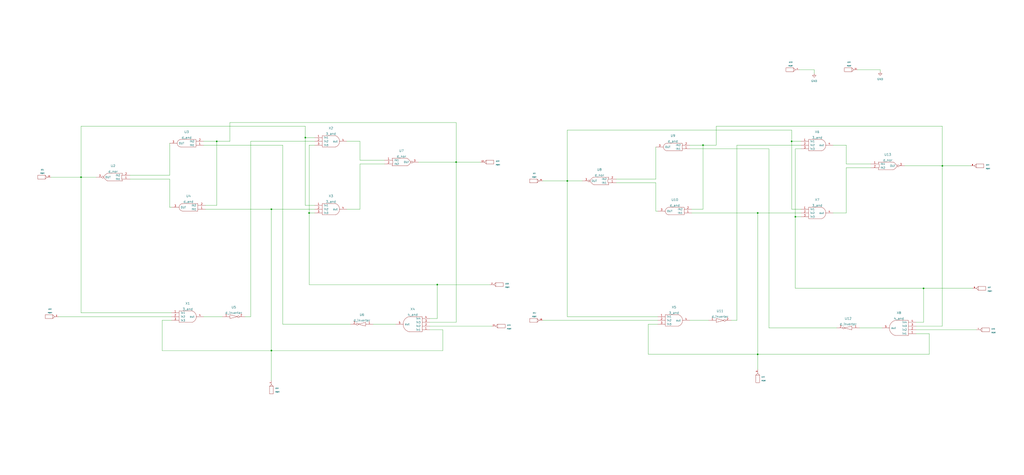
<source format=kicad_sch>
(kicad_sch (version 20211123) (generator eeschema)
  (paper "User" 690.016 319.989)
  (lib_symbols
    (symbol "eSim_Digital:d_and" (pin_names (offset 1.016))
      (property "Reference" "U" (at 0 0 0))
      (property "Value" "d_and" (at 1.27 2.54 0))
      (symbol "d_and_0_1"
        (polyline (pts (xy 3.81 -1.27) (xy -6.35 -1.27) (xy -6.35 3.81) (xy 3.81 3.81)))
        (arc (start 3.81 -1.27) (mid 5.5897 -0.5171) (end 6.35 1.27))
        (arc (start 6.35 1.27) (mid 5.5971 3.0497) (end 3.81 3.81))
      )
      (symbol "d_and_1_1"
        (pin input line (at -11.43 2.54 0) (length 5.08) (name "IN1") (number "1"))
        (pin input line (at -11.43 0 0) (length 5.08) (name "IN2") (number "2"))
        (pin output line (at 11.43 1.27 180) (length 5.08) (name "OUT") (number "3"))
      )
    )
    (symbol "eSim_Digital:d_inverter" (pin_names (offset 1.016))
      (property "Reference" "U" (at 0 -2.54 0))
      (property "Value" "d_inverter" (at 0 3.81 0))
      (symbol "d_inverter_0_1"
        (polyline (pts (xy -2.54 1.27) (xy -2.54 -1.27) (xy 2.54 0) (xy -2.54 1.27)))
      )
      (symbol "d_inverter_1_1"
        (pin input line (at -7.62 0 0) (length 5.08) (name "~") (number "1"))
        (pin output inverted (at 7.62 0 180) (length 5.08) (name "~") (number "2"))
      )
    )
    (symbol "eSim_Digital:d_nor" (pin_names (offset 1.016))
      (property "Reference" "U" (at 0 0 0))
      (property "Value" "d_nor" (at 1.27 2.54 0))
      (symbol "d_nor_0_1"
        (arc (start -6.35 -1.27) (mid -5.7504 1.27) (end -6.35 3.81))
        (polyline (pts (xy -6.35 -1.27) (xy 3.81 -1.27)))
        (polyline (pts (xy -6.35 3.81) (xy 3.81 3.81)))
        (arc (start 3.81 -1.27) (mid 5.3181 -0.2399) (end 6.35 1.27))
        (arc (start 6.35 1.27) (mid 5.2222 2.6828) (end 3.81 3.81))
      )
      (symbol "d_nor_1_1"
        (pin input line (at -11.43 2.54 0) (length 5.461) (name "IN1") (number "1"))
        (pin input line (at -11.43 0 0) (length 5.461) (name "IN2") (number "2"))
        (pin output inverted (at 11.43 1.27 180) (length 5.08) (name "OUT") (number "3"))
      )
    )
    (symbol "eSim_Miscellaneous:PORT" (pin_names (offset 1.016))
      (property "Reference" "U" (at 1.27 2.54 0))
      (property "Value" "PORT" (at 0 0 0))
      (symbol "PORT_0_1"
        (rectangle (start -2.54 1.27) (end 2.54 -1.27))
        (arc (start 2.54 1.27) (mid 3.1355 0.5955) (end 3.81 0))
        (arc (start 3.81 0) (mid 3.1447 -0.6046) (end 2.54 -1.27))
      )
      (symbol "PORT_1_1"
        (pin bidirectional line (at 6.35 0 180) (length 2.54) (name "~") (number "1"))
      )
      (symbol "PORT_2_1"
        (pin bidirectional line (at 6.35 0 180) (length 2.54) (name "~") (number "2"))
      )
      (symbol "PORT_3_1"
        (pin bidirectional line (at 6.35 0 180) (length 2.54) (name "~") (number "3"))
      )
      (symbol "PORT_4_1"
        (pin bidirectional line (at 6.35 0 180) (length 2.54) (name "~") (number "4"))
      )
      (symbol "PORT_5_1"
        (pin bidirectional line (at 6.35 0 180) (length 2.54) (name "~") (number "5"))
      )
      (symbol "PORT_6_1"
        (pin bidirectional line (at 6.35 0 180) (length 2.54) (name "~") (number "6"))
      )
      (symbol "PORT_7_1"
        (pin bidirectional line (at 6.35 0 180) (length 2.54) (name "~") (number "7"))
      )
      (symbol "PORT_8_1"
        (pin bidirectional line (at 6.35 0 180) (length 2.54) (name "~") (number "8"))
      )
      (symbol "PORT_9_1"
        (pin bidirectional line (at 6.35 0 180) (length 2.54) (name "~") (number "9"))
      )
      (symbol "PORT_10_1"
        (pin bidirectional line (at 6.35 0 180) (length 2.54) (name "~") (number "10"))
      )
      (symbol "PORT_11_1"
        (pin bidirectional line (at 6.35 0 180) (length 2.54) (name "~") (number "11"))
      )
      (symbol "PORT_12_1"
        (pin bidirectional line (at 6.35 0 180) (length 2.54) (name "~") (number "12"))
      )
      (symbol "PORT_13_1"
        (pin bidirectional line (at 6.35 0 180) (length 2.54) (name "~") (number "13"))
      )
      (symbol "PORT_14_1"
        (pin bidirectional line (at 6.35 0 180) (length 2.54) (name "~") (number "14"))
      )
      (symbol "PORT_15_1"
        (pin bidirectional line (at 6.35 0 180) (length 2.54) (name "~") (number "15"))
      )
      (symbol "PORT_16_1"
        (pin bidirectional line (at 6.35 0 180) (length 2.54) (name "~") (number "16"))
      )
      (symbol "PORT_17_1"
        (pin bidirectional line (at 6.35 0 180) (length 2.54) (name "~") (number "17"))
      )
      (symbol "PORT_18_1"
        (pin bidirectional line (at 6.35 0 180) (length 2.54) (name "~") (number "18"))
      )
      (symbol "PORT_19_1"
        (pin bidirectional line (at 6.35 0 180) (length 2.54) (name "~") (number "19"))
      )
      (symbol "PORT_20_1"
        (pin bidirectional line (at 6.35 0 180) (length 2.54) (name "~") (number "20"))
      )
      (symbol "PORT_21_1"
        (pin bidirectional line (at 6.35 0 180) (length 2.54) (name "~") (number "21"))
      )
      (symbol "PORT_22_1"
        (pin bidirectional line (at 6.35 0 180) (length 2.54) (name "~") (number "22"))
      )
      (symbol "PORT_23_1"
        (pin bidirectional line (at 6.35 0 180) (length 2.54) (name "~") (number "23"))
      )
      (symbol "PORT_24_1"
        (pin bidirectional line (at 6.35 0 180) (length 2.54) (name "~") (number "24"))
      )
      (symbol "PORT_25_1"
        (pin bidirectional line (at 6.35 0 180) (length 2.54) (name "~") (number "25"))
      )
      (symbol "PORT_26_1"
        (pin bidirectional line (at 6.35 0 180) (length 2.54) (name "~") (number "26"))
      )
    )
    (symbol "eSim_Power:eSim_GND" (power) (pin_names (offset 0))
      (property "Value" "eSim_GND" (at 0 -3.81 0))
      (symbol "eSim_GND_0_1"
        (polyline (pts (xy 0 0) (xy 0 -1.27) (xy 1.27 -1.27) (xy 0 -2.54) (xy -1.27 -1.27) (xy 0 -1.27)))
      )
      (symbol "eSim_GND_1_1"
        (pin power_in line (at 0 0 270) (length 0) hide (name "GND") (number "1"))
      )
    )
    (symbol "eSim_Subckt:3_and" (pin_names (offset 1.016))
      (property "Reference" "X" (at 2.54 -1.27 0))
      (property "Value" "3_and" (at 3.81 3.81 0))
      (symbol "3_and_0_1"
        (polyline (pts (xy -3.81 5.08) (xy 5.08 5.08)))
        (polyline (pts (xy -3.81 5.08) (xy -3.81 -2.54) (xy 5.08 -2.54)))
        (arc (start 5.08 -2.54) (mid 7.8261 1.27) (end 5.08 5.08))
      )
      (symbol "3_and_1_1"
        (pin input line (at -8.89 3.81 0) (length 5.08) (name "in1") (number "1"))
        (pin input line (at -8.89 1.27 0) (length 5.08) (name "in2") (number "2"))
        (pin input line (at -8.89 -1.27 0) (length 5.08) (name "in3") (number "3"))
        (pin output line (at 12.7 1.27 180) (length 5.08) (name "out") (number "4"))
      )
    )
    (symbol "eSim_Subckt:4_and" (pin_names (offset 1.016))
      (property "Reference" "X" (at 1.27 -1.27 0))
      (property "Value" "4_and" (at 2.54 2.54 0))
      (symbol "4_and_0_1"
        (polyline (pts (xy -5.08 5.08) (xy 3.81 5.08)))
        (polyline (pts (xy -5.08 5.08) (xy -5.08 -5.08) (xy 1.27 -5.08) (xy 3.81 -5.08)))
        (arc (start 3.81 -5.08) (mid 7.7763 0) (end 3.81 5.08))
      )
      (symbol "4_and_1_1"
        (pin input line (at -10.16 3.81 0) (length 5.08) (name "in1") (number "1"))
        (pin input line (at -10.16 1.27 0) (length 5.08) (name "in2") (number "2"))
        (pin input line (at -10.16 -1.27 0) (length 5.08) (name "in3") (number "3"))
        (pin input line (at -10.16 -3.81 0) (length 5.08) (name "in4") (number "4"))
        (pin output line (at 12.7 0 180) (length 5.08) (name "out") (number "5"))
      )
    )
  )
  (junction (at 635 111.76))
  (junction (at 182.88 236.22))
  (junction (at 182.88 140.97))
  (junction (at 294.64 191.77))
  (junction (at 208.28 143.51))
  (junction (at 622.3 194.31))
  (junction (at 510.54 238.76))
  (junction (at 510.54 143.51))
  (junction (at 533.4 95.25))
  (junction (at 382.27 121.92))
  (junction (at 146.05 95.25))
  (junction (at 535.94 146.05))
  (junction (at 473.71 97.79))
  (junction (at 205.74 92.71))
  (junction (at 307.34 109.22))
  (junction (at 54.61 119.38))
  (wire (pts (xy 212.09 95.25) (xy 168.91 95.25)))
  (wire (pts (xy 496.57 215.9) (xy 492.76 215.9)))
  (wire (pts (xy 212.09 140.97) (xy 182.88 140.97)))
  (wire (pts (xy 365.76 121.92) (xy 382.27 121.92)))
  (wire (pts (xy 570.23 110.49) (xy 586.74 110.49)))
  (wire (pts (xy 533.4 95.25) (xy 533.4 140.97)))
  (wire (pts (xy 114.3 118.11) (xy 87.63 118.11)))
  (wire (pts (xy 518.16 220.98) (xy 518.16 100.33)))
  (wire (pts (xy 473.71 97.79) (xy 482.6 97.79)))
  (wire (pts (xy 294.64 191.77) (xy 330.2 191.77)))
  (wire (pts (xy 635 85.09) (xy 635 111.76)))
  (wire (pts (xy 190.5 218.44) (xy 190.5 97.79)))
  (wire (pts (xy 539.75 100.33) (xy 535.94 100.33)))
  (wire (pts (xy 208.28 191.77) (xy 294.64 191.77)))
  (wire (pts (xy 298.45 222.25) (xy 298.45 236.22)))
  (wire (pts (xy 307.34 82.55) (xy 307.34 109.22)))
  (wire (pts (xy 289.56 219.71) (xy 331.47 219.71)))
  (wire (pts (xy 561.34 143.51) (xy 570.23 143.51)))
  (wire (pts (xy 441.96 142.24) (xy 441.96 123.19)))
  (wire (pts (xy 289.56 222.25) (xy 298.45 222.25)))
  (wire (pts (xy 626.11 224.79) (xy 626.11 238.76)))
  (wire (pts (xy 593.09 48.26) (xy 593.09 46.99)))
  (wire (pts (xy 137.16 95.25) (xy 146.05 95.25)))
  (wire (pts (xy 182.88 236.22) (xy 182.88 256.54)))
  (wire (pts (xy 307.34 109.22) (xy 307.34 217.17)))
  (wire (pts (xy 54.61 210.82) (xy 54.61 119.38)))
  (wire (pts (xy 138.43 140.97) (xy 182.88 140.97)))
  (wire (pts (xy 539.75 143.51) (xy 510.54 143.51)))
  (wire (pts (xy 168.91 95.25) (xy 168.91 213.36)))
  (wire (pts (xy 212.09 97.79) (xy 208.28 97.79)))
  (wire (pts (xy 510.54 238.76) (xy 510.54 248.92)))
  (wire (pts (xy 617.22 217.17) (xy 622.3 217.17)))
  (wire (pts (xy 365.76 215.9) (xy 443.23 215.9)))
  (wire (pts (xy 436.88 238.76) (xy 436.88 218.44)))
  (wire (pts (xy 464.82 97.79) (xy 473.71 97.79)))
  (wire (pts (xy 570.23 97.79) (xy 570.23 110.49)))
  (wire (pts (xy 109.22 236.22) (xy 109.22 215.9)))
  (wire (pts (xy 533.4 95.25) (xy 539.75 95.25)))
  (wire (pts (xy 466.09 140.97) (xy 473.71 140.97)))
  (wire (pts (xy 533.4 87.63) (xy 533.4 95.25)))
  (wire (pts (xy 208.28 143.51) (xy 208.28 191.77)))
  (wire (pts (xy 570.23 113.03) (xy 586.74 113.03)))
  (wire (pts (xy 289.56 214.63) (xy 294.64 214.63)))
  (wire (pts (xy 533.4 140.97) (xy 539.75 140.97)))
  (wire (pts (xy 146.05 95.25) (xy 154.94 95.25)))
  (wire (pts (xy 436.88 218.44) (xy 443.23 218.44)))
  (wire (pts (xy 115.57 210.82) (xy 54.61 210.82)))
  (wire (pts (xy 114.3 96.52) (xy 114.3 118.11)))
  (wire (pts (xy 251.46 218.44) (xy 266.7 218.44)))
  (wire (pts (xy 307.34 217.17) (xy 289.56 217.17)))
  (wire (pts (xy 205.74 138.43) (xy 212.09 138.43)))
  (wire (pts (xy 242.57 110.49) (xy 259.08 110.49)))
  (wire (pts (xy 233.68 140.97) (xy 242.57 140.97)))
  (wire (pts (xy 87.63 120.65) (xy 114.3 120.65)))
  (wire (pts (xy 281.94 109.22) (xy 307.34 109.22)))
  (wire (pts (xy 233.68 95.25) (xy 242.57 95.25)))
  (wire (pts (xy 294.64 214.63) (xy 294.64 191.77)))
  (wire (pts (xy 563.88 220.98) (xy 518.16 220.98)))
  (wire (pts (xy 535.94 146.05) (xy 539.75 146.05)))
  (wire (pts (xy 54.61 85.09) (xy 205.74 85.09)))
  (wire (pts (xy 382.27 87.63) (xy 533.4 87.63)))
  (wire (pts (xy 548.64 46.99) (xy 538.48 46.99)))
  (wire (pts (xy 609.6 111.76) (xy 635 111.76)))
  (wire (pts (xy 114.3 139.7) (xy 115.57 139.7)))
  (wire (pts (xy 441.96 142.24) (xy 443.23 142.24)))
  (wire (pts (xy 482.6 85.09) (xy 635 85.09)))
  (wire (pts (xy 510.54 238.76) (xy 626.11 238.76)))
  (wire (pts (xy 138.43 138.43) (xy 146.05 138.43)))
  (wire (pts (xy 168.91 213.36) (xy 165.1 213.36)))
  (wire (pts (xy 54.61 119.38) (xy 54.61 85.09)))
  (wire (pts (xy 496.57 97.79) (xy 496.57 215.9)))
  (wire (pts (xy 570.23 143.51) (xy 570.23 113.03)))
  (wire (pts (xy 441.96 99.06) (xy 441.96 120.65)))
  (wire (pts (xy 208.28 143.51) (xy 212.09 143.51)))
  (wire (pts (xy 535.94 146.05) (xy 535.94 194.31)))
  (wire (pts (xy 307.34 109.22) (xy 323.85 109.22)))
  (wire (pts (xy 466.09 143.51) (xy 510.54 143.51)))
  (wire (pts (xy 137.16 213.36) (xy 149.86 213.36)))
  (wire (pts (xy 39.37 213.36) (xy 115.57 213.36)))
  (wire (pts (xy 548.64 49.53) (xy 548.64 46.99)))
  (wire (pts (xy 190.5 97.79) (xy 137.16 97.79)))
  (wire (pts (xy 464.82 215.9) (xy 477.52 215.9)))
  (wire (pts (xy 635 219.71) (xy 617.22 219.71)))
  (wire (pts (xy 539.75 97.79) (xy 496.57 97.79)))
  (wire (pts (xy 208.28 97.79) (xy 208.28 143.51)))
  (wire (pts (xy 535.94 100.33) (xy 535.94 146.05)))
  (wire (pts (xy 382.27 121.92) (xy 392.43 121.92)))
  (wire (pts (xy 635 111.76) (xy 654.05 111.76)))
  (wire (pts (xy 242.57 107.95) (xy 259.08 107.95)))
  (wire (pts (xy 205.74 92.71) (xy 212.09 92.71)))
  (wire (pts (xy 441.96 120.65) (xy 415.29 120.65)))
  (wire (pts (xy 242.57 95.25) (xy 242.57 107.95)))
  (wire (pts (xy 242.57 140.97) (xy 242.57 110.49)))
  (wire (pts (xy 182.88 140.97) (xy 182.88 236.22)))
  (wire (pts (xy 561.34 97.79) (xy 570.23 97.79)))
  (wire (pts (xy 436.88 238.76) (xy 510.54 238.76)))
  (wire (pts (xy 622.3 217.17) (xy 622.3 194.31)))
  (wire (pts (xy 617.22 224.79) (xy 626.11 224.79)))
  (wire (pts (xy 617.22 222.25) (xy 657.86 222.25)))
  (wire (pts (xy 154.94 95.25) (xy 154.94 82.55)))
  (wire (pts (xy 593.09 46.99) (xy 577.85 46.99)))
  (wire (pts (xy 473.71 140.97) (xy 473.71 97.79)))
  (wire (pts (xy 382.27 121.92) (xy 382.27 87.63)))
  (wire (pts (xy 236.22 218.44) (xy 190.5 218.44)))
  (wire (pts (xy 382.27 213.36) (xy 382.27 121.92)))
  (wire (pts (xy 114.3 139.7) (xy 114.3 120.65)))
  (wire (pts (xy 482.6 97.79) (xy 482.6 85.09)))
  (wire (pts (xy 518.16 100.33) (xy 464.82 100.33)))
  (wire (pts (xy 154.94 82.55) (xy 307.34 82.55)))
  (wire (pts (xy 109.22 215.9) (xy 115.57 215.9)))
  (wire (pts (xy 510.54 143.51) (xy 510.54 238.76)))
  (wire (pts (xy 205.74 92.71) (xy 205.74 138.43)))
  (wire (pts (xy 205.74 85.09) (xy 205.74 92.71)))
  (wire (pts (xy 579.12 220.98) (xy 594.36 220.98)))
  (wire (pts (xy 109.22 236.22) (xy 182.88 236.22)))
  (wire (pts (xy 34.29 119.38) (xy 54.61 119.38)))
  (wire (pts (xy 535.94 194.31) (xy 622.3 194.31)))
  (wire (pts (xy 182.88 236.22) (xy 298.45 236.22)))
  (wire (pts (xy 443.23 213.36) (xy 382.27 213.36)))
  (wire (pts (xy 415.29 123.19) (xy 441.96 123.19)))
  (wire (pts (xy 54.61 119.38) (xy 64.77 119.38)))
  (wire (pts (xy 146.05 138.43) (xy 146.05 95.25)))
  (wire (pts (xy 635 111.76) (xy 635 219.71)))
  (wire (pts (xy 622.3 194.31) (xy 655.32 194.31)))
  (symbol (lib_id "eSim_Miscellaneous:PORT") (at 571.5 46.99 0) (unit 11)
    (property "Reference" "U1" (at 572.135 41.91 0) (effects (font (size 0.762 0.762))))
    (property "Value" "PORT" (at 572.135 44.45 0) (effects (font (size 0.762 0.762))))
  )
  (symbol (lib_id "eSim_Miscellaneous:PORT") (at 510.54 255.27 90) (unit 5)
    (property "Reference" "U1" (at 513.08 254 90) (effects (font (size 0.762 0.762)) (justify right)))
    (property "Value" "PORT" (at 513.08 256.54 90) (effects (font (size 0.762 0.762)) (justify right)))
  )
  (symbol (lib_id "eSim_Miscellaneous:PORT") (at 337.82 219.71 180) (unit 14)
    (property "Reference" "U1" (at 341.63 219.075 0) (effects (font (size 0.762 0.762)) (justify right)))
    (property "Value" "PORT" (at 341.63 221.615 0) (effects (font (size 0.762 0.762)) (justify right)))
  )
  (symbol (lib_id "eSim_Digital:d_nor") (at 403.86 120.65 180) (unit 1)
    (property "Reference" "U8" (at 403.86 114.3 0) (effects (font (size 1.524 1.524))))
    (property "Value" "d_nor" (at 403.86 118.11 0) (effects (font (size 1.524 1.524))))
  )
  (symbol (lib_id "eSim_Subckt:4_and") (at 279.4 218.44 180) (unit 1)
    (property "Reference" "X4" (at 278.0518 208.28 0) (effects (font (size 1.524 1.524))))
    (property "Value" "4_and" (at 278.0518 212.09 0) (effects (font (size 1.524 1.524))))
  )
  (symbol (lib_id "eSim_Digital:d_inverter") (at 485.14 215.9 0) (unit 1)
    (property "Reference" "U11" (at 485.14 209.55 0) (effects (font (size 1.524 1.524))))
    (property "Value" "d_inverter" (at 485.14 213.36 0) (effects (font (size 1.524 1.524))))
  )
  (symbol (lib_id "eSim_Miscellaneous:PORT") (at 359.41 121.92 0) (unit 9)
    (property "Reference" "U1" (at 360.045 116.84 0) (effects (font (size 0.762 0.762))))
    (property "Value" "PORT" (at 360.045 119.38 0) (effects (font (size 0.762 0.762))))
  )
  (symbol (lib_id "eSim_Subckt:3_and") (at 452.12 217.17 0) (unit 1)
    (property "Reference" "X5" (at 454.128 207.01 0) (effects (font (size 1.524 1.524))))
    (property "Value" "3_and" (at 454.128 210.82 0) (effects (font (size 1.524 1.524))))
  )
  (symbol (lib_id "eSim_Miscellaneous:PORT") (at 330.2 109.22 180) (unit 13)
    (property "Reference" "U1" (at 334.01 108.585 0) (effects (font (size 0.762 0.762)) (justify right)))
    (property "Value" "PORT" (at 334.01 111.125 0) (effects (font (size 0.762 0.762)) (justify right)))
  )
  (symbol (lib_id "eSim_Digital:d_and") (at 453.39 97.79 180) (unit 1)
    (property "Reference" "U9" (at 453.39 91.44 0) (effects (font (size 1.524 1.524))))
    (property "Value" "d_and" (at 453.39 95.25 0) (effects (font (size 1.524 1.524))))
  )
  (symbol (lib_id "eSim_Miscellaneous:PORT") (at 661.67 194.31 180) (unit 6)
    (property "Reference" "U1" (at 665.48 193.675 0) (effects (font (size 0.762 0.762)) (justify right)))
    (property "Value" "PORT" (at 665.48 196.215 0) (effects (font (size 0.762 0.762)) (justify right)))
  )
  (symbol (lib_id "eSim_Power:eSim_GND") (at 548.64 49.53 0) (unit 1)
    (property "Reference" "#PWR01" (effects hide))
    (property "Value" "eSim_GND" (at 548.64 54.61 0))
  )
  (symbol (lib_id "eSim_Subckt:4_and") (at 607.06 220.98 180) (unit 1)
    (property "Reference" "X8" (at 605.7118 210.82 0) (effects (font (size 1.524 1.524))))
    (property "Value" "4_and" (at 605.7118 214.63 0) (effects (font (size 1.524 1.524))))
  )
  (symbol (lib_id "eSim_Subckt:3_and") (at 548.64 144.78 0) (unit 1)
    (property "Reference" "X7" (at 550.648 134.62 0) (effects (font (size 1.524 1.524))))
    (property "Value" "3_and" (at 550.648 138.43 0) (effects (font (size 1.524 1.524))))
  )
  (symbol (lib_id "eSim_Digital:d_inverter") (at 571.5 220.98 180) (unit 1)
    (property "Reference" "U12" (at 571.5 214.63 0) (effects (font (size 1.524 1.524))))
    (property "Value" "d_inverter" (at 571.5 218.44 0) (effects (font (size 1.524 1.524))))
  )
  (symbol (lib_id "eSim_Subckt:3_and") (at 220.98 142.24 0) (unit 1)
    (property "Reference" "X3" (at 222.988 132.08 0) (effects (font (size 1.524 1.524))))
    (property "Value" "3_and" (at 222.988 135.89 0) (effects (font (size 1.524 1.524))))
  )
  (symbol (lib_id "eSim_Miscellaneous:PORT") (at 532.13 46.99 0) (unit 4)
    (property "Reference" "U1" (at 532.765 41.91 0) (effects (font (size 0.762 0.762))))
    (property "Value" "PORT" (at 532.765 44.45 0) (effects (font (size 0.762 0.762))))
  )
  (symbol (lib_id "eSim_Miscellaneous:PORT") (at 660.4 111.76 180) (unit 8)
    (property "Reference" "U1" (at 664.21 111.125 0) (effects (font (size 0.762 0.762)) (justify right)))
    (property "Value" "PORT" (at 664.21 113.665 0) (effects (font (size 0.762 0.762)) (justify right)))
  )
  (symbol (lib_id "eSim_Subckt:3_and") (at 220.98 96.52 0) (unit 1)
    (property "Reference" "X2" (at 222.988 86.36 0) (effects (font (size 1.524 1.524))))
    (property "Value" "3_and" (at 222.988 90.17 0) (effects (font (size 1.524 1.524))))
  )
  (symbol (lib_id "eSim_Digital:d_inverter") (at 243.84 218.44 180) (unit 1)
    (property "Reference" "U6" (at 243.84 212.09 0) (effects (font (size 1.524 1.524))))
    (property "Value" "d_inverter" (at 243.84 215.9 0) (effects (font (size 1.524 1.524))))
  )
  (symbol (lib_id "eSim_Miscellaneous:PORT") (at 359.41 215.9 0) (unit 10)
    (property "Reference" "U1" (at 360.045 210.82 0) (effects (font (size 0.762 0.762))))
    (property "Value" "PORT" (at 360.045 213.36 0) (effects (font (size 0.762 0.762))))
  )
  (symbol (lib_id "eSim_Miscellaneous:PORT") (at 336.55 191.77 180) (unit 2)
    (property "Reference" "U1" (at 340.36 191.135 0) (effects (font (size 0.762 0.762)) (justify right)))
    (property "Value" "PORT" (at 340.36 193.675 0) (effects (font (size 0.762 0.762)) (justify right)))
  )
  (symbol (lib_id "eSim_Miscellaneous:PORT") (at 664.21 222.25 180) (unit 7)
    (property "Reference" "U1" (at 668.02 221.615 0) (effects (font (size 0.762 0.762)) (justify right)))
    (property "Value" "PORT" (at 668.02 224.155 0) (effects (font (size 0.762 0.762)) (justify right)))
  )
  (symbol (lib_id "eSim_Subckt:3_and") (at 548.64 99.06 0) (unit 1)
    (property "Reference" "X6" (at 550.648 88.9 0) (effects (font (size 1.524 1.524))))
    (property "Value" "3_and" (at 550.648 92.71 0) (effects (font (size 1.524 1.524))))
  )
  (symbol (lib_id "eSim_Power:eSim_GND") (at 593.09 48.26 0) (unit 1)
    (property "Reference" "#PWR02" (effects hide))
    (property "Value" "eSim_GND" (at 593.09 53.34 0))
  )
  (symbol (lib_id "eSim_Digital:d_nor") (at 598.17 113.03 0) (unit 1)
    (property "Reference" "U13" (at 598.17 104.14 0) (effects (font (size 1.524 1.524))))
    (property "Value" "d_nor" (at 598.17 107.95 0) (effects (font (size 1.524 1.524))))
  )
  (symbol (lib_id "eSim_Digital:d_and") (at 454.66 140.97 180) (unit 1)
    (property "Reference" "U10" (at 454.66 134.62 0) (effects (font (size 1.524 1.524))))
    (property "Value" "d_and" (at 454.66 138.43 0) (effects (font (size 1.524 1.524))))
  )
  (symbol (lib_id "eSim_Miscellaneous:PORT") (at 27.94 119.38 0) (unit 12)
    (property "Reference" "U1" (at 28.575 114.3 0) (effects (font (size 0.762 0.762))))
    (property "Value" "PORT" (at 28.575 116.84 0) (effects (font (size 0.762 0.762))))
  )
  (symbol (lib_id "eSim_Subckt:3_and") (at 124.46 214.63 0) (unit 1)
    (property "Reference" "X1" (at 126.468 204.47 0) (effects (font (size 1.524 1.524))))
    (property "Value" "3_and" (at 126.468 208.28 0) (effects (font (size 1.524 1.524))))
  )
  (symbol (lib_id "eSim_Digital:d_and") (at 125.73 95.25 180) (unit 1)
    (property "Reference" "U3" (at 125.73 88.9 0) (effects (font (size 1.524 1.524))))
    (property "Value" "d_and" (at 125.73 92.71 0) (effects (font (size 1.524 1.524))))
  )
  (symbol (lib_id "eSim_Digital:d_and") (at 127 138.43 180) (unit 1)
    (property "Reference" "U4" (at 127 132.08 0) (effects (font (size 1.524 1.524))))
    (property "Value" "d_and" (at 127 135.89 0) (effects (font (size 1.524 1.524))))
  )
  (symbol (lib_id "eSim_Digital:d_inverter") (at 157.48 213.36 0) (unit 1)
    (property "Reference" "U5" (at 157.48 207.01 0) (effects (font (size 1.524 1.524))))
    (property "Value" "d_inverter" (at 157.48 210.82 0) (effects (font (size 1.524 1.524))))
  )
  (symbol (lib_id "eSim_Digital:d_nor") (at 76.2 118.11 180) (unit 1)
    (property "Reference" "U2" (at 76.2 111.76 0) (effects (font (size 1.524 1.524))))
    (property "Value" "d_nor" (at 76.2 115.57 0) (effects (font (size 1.524 1.524))))
  )
  (symbol (lib_id "eSim_Digital:d_nor") (at 270.51 110.49 0) (unit 1)
    (property "Reference" "U7" (at 270.51 101.6 0) (effects (font (size 1.524 1.524))))
    (property "Value" "d_nor" (at 270.51 105.41 0) (effects (font (size 1.524 1.524))))
  )
  (symbol (lib_id "eSim_Miscellaneous:PORT") (at 182.88 262.89 90) (unit 1)
    (property "Reference" "U1" (at 185.42 261.62 90) (effects (font (size 0.762 0.762)) (justify right)))
    (property "Value" "PORT" (at 185.42 264.16 90) (effects (font (size 0.762 0.762)) (justify right)))
  )
  (symbol (lib_id "eSim_Miscellaneous:PORT") (at 33.02 213.36 0) (unit 3)
    (property "Reference" "U1" (at 33.655 208.28 0) (effects (font (size 0.762 0.762))))
    (property "Value" "PORT" (at 33.655 210.82 0) (effects (font (size 0.762 0.762))))
  )
)
</source>
